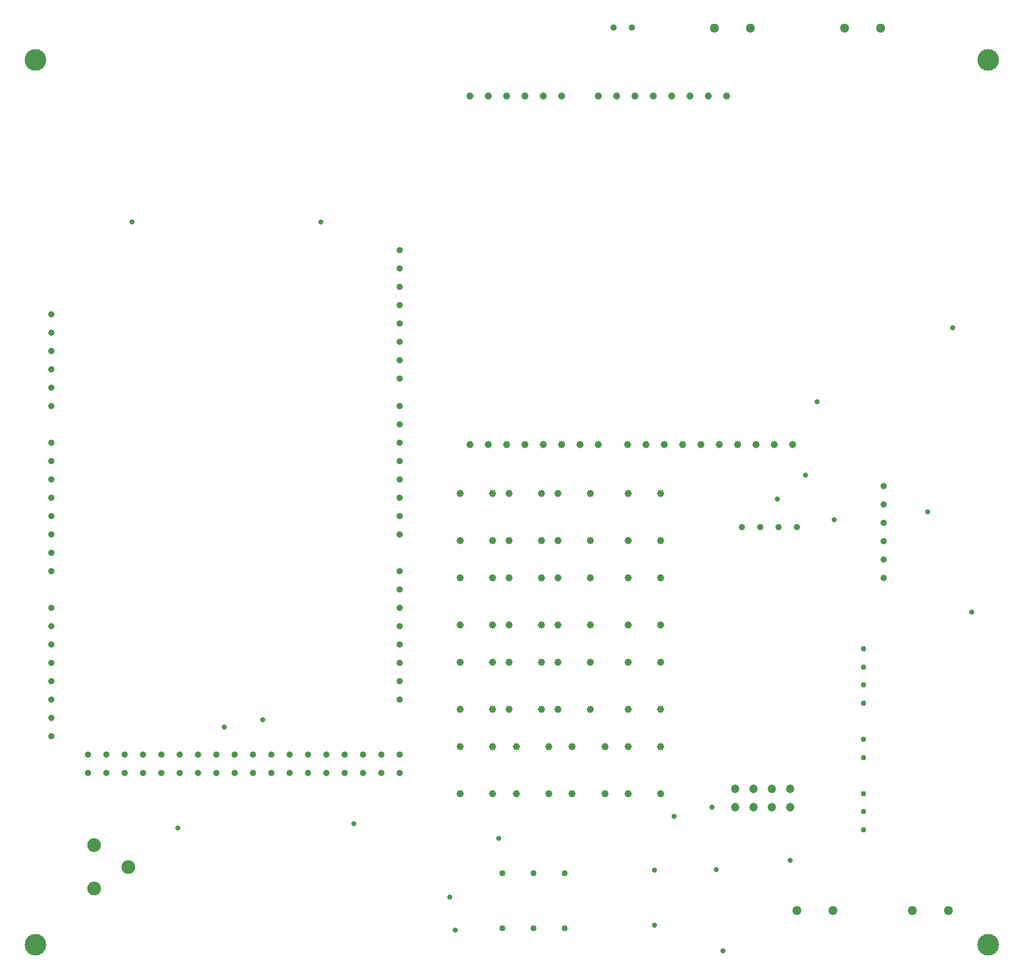
<source format=gbr>
%TF.GenerationSoftware,Altium Limited,Altium Designer,21.8.1 (53)*%
G04 Layer_Color=0*
%FSLAX43Y43*%
%MOMM*%
%TF.SameCoordinates,16DCEB66-4DAC-4E16-A6F7-90F727604106*%
%TF.FilePolarity,Positive*%
%TF.FileFunction,Plated,1,2,PTH,Drill*%
%TF.Part,Single*%
G01*
G75*
%TA.AperFunction,ComponentDrill*%
%ADD50C,1.200*%
%ADD51C,0.900*%
%ADD52C,0.900*%
%ADD53C,1.000*%
%ADD54C,0.700*%
%ADD55C,1.300*%
%ADD56C,1.000*%
%TA.AperFunction,OtherDrill,Pad Free-19 (3mm,125.5mm)*%
%ADD57C,3.000*%
%TA.AperFunction,OtherDrill,Pad Free-20 (135mm,125.5mm)*%
%ADD58C,3.000*%
%TA.AperFunction,OtherDrill,Pad Free-21 (135mm,3mm)*%
%ADD59C,3.000*%
%TA.AperFunction,OtherDrill,Pad Free-18 (3mm,3mm)*%
%ADD60C,3.000*%
%TA.AperFunction,ComponentDrill*%
%ADD61C,1.900*%
%ADD62C,0.762*%
%ADD63C,0.850*%
%TA.AperFunction,ViaDrill,NotFilled*%
%ADD64C,0.711*%
D50*
X99937Y24562D02*
D03*
Y22022D02*
D03*
X102477D02*
D03*
Y24562D02*
D03*
X105017Y22022D02*
D03*
Y24562D02*
D03*
X107557Y22022D02*
D03*
Y24562D02*
D03*
D51*
X40767Y29340D02*
D03*
Y26800D02*
D03*
X38227Y29340D02*
D03*
Y26800D02*
D03*
X50927Y29340D02*
D03*
Y26800D02*
D03*
X48387Y29340D02*
D03*
Y26800D02*
D03*
X45847Y29340D02*
D03*
Y26800D02*
D03*
X43307Y29340D02*
D03*
Y26800D02*
D03*
X30607Y29340D02*
D03*
Y26800D02*
D03*
X28067Y29340D02*
D03*
Y26800D02*
D03*
X10287D02*
D03*
Y29340D02*
D03*
X12827Y26800D02*
D03*
Y29340D02*
D03*
X15367Y26800D02*
D03*
Y29340D02*
D03*
X17907Y26800D02*
D03*
Y29340D02*
D03*
X20447Y26800D02*
D03*
Y29340D02*
D03*
X22987Y26800D02*
D03*
Y29340D02*
D03*
X25527Y26800D02*
D03*
Y29340D02*
D03*
X33147Y26800D02*
D03*
Y29340D02*
D03*
X35687Y26800D02*
D03*
Y29340D02*
D03*
X53467Y26800D02*
D03*
Y29340D02*
D03*
X85650Y129985D02*
D03*
X83110D02*
D03*
X106030Y60849D02*
D03*
X100950D02*
D03*
X103490D02*
D03*
X108570D02*
D03*
D52*
X5207Y87760D02*
D03*
Y82680D02*
D03*
Y80140D02*
D03*
Y85220D02*
D03*
X53467Y39500D02*
D03*
Y36960D02*
D03*
Y42040D02*
D03*
Y44580D02*
D03*
Y47120D02*
D03*
Y49660D02*
D03*
Y52200D02*
D03*
Y54740D02*
D03*
X5207Y77600D02*
D03*
Y90300D02*
D03*
X53467Y77600D02*
D03*
Y75060D02*
D03*
Y72520D02*
D03*
Y69980D02*
D03*
Y67440D02*
D03*
Y64900D02*
D03*
Y62360D02*
D03*
Y59820D02*
D03*
Y99190D02*
D03*
Y96650D02*
D03*
Y94110D02*
D03*
Y91570D02*
D03*
Y89030D02*
D03*
Y86490D02*
D03*
Y83950D02*
D03*
Y81410D02*
D03*
X5207Y49660D02*
D03*
Y47120D02*
D03*
Y44580D02*
D03*
Y42040D02*
D03*
Y39500D02*
D03*
Y36960D02*
D03*
Y34420D02*
D03*
Y31880D02*
D03*
Y72520D02*
D03*
Y69980D02*
D03*
Y67440D02*
D03*
Y64900D02*
D03*
Y62360D02*
D03*
Y59820D02*
D03*
Y57280D02*
D03*
Y54740D02*
D03*
X120523Y66548D02*
D03*
Y64008D02*
D03*
Y58928D02*
D03*
Y61468D02*
D03*
Y56388D02*
D03*
Y53848D02*
D03*
D53*
X74153Y30460D02*
D03*
Y23960D02*
D03*
X69653Y30460D02*
D03*
Y23960D02*
D03*
X66401Y65512D02*
D03*
Y59012D02*
D03*
X61901Y65512D02*
D03*
Y59012D02*
D03*
X73153Y65512D02*
D03*
Y59012D02*
D03*
X68653Y65512D02*
D03*
Y59012D02*
D03*
X79905Y65512D02*
D03*
Y59012D02*
D03*
X75405Y65512D02*
D03*
Y59012D02*
D03*
X89657Y65512D02*
D03*
Y59012D02*
D03*
X85157Y65512D02*
D03*
Y59012D02*
D03*
X66401Y53828D02*
D03*
Y47328D02*
D03*
X61901Y53828D02*
D03*
Y47328D02*
D03*
X73153Y53828D02*
D03*
Y47328D02*
D03*
X68653Y53828D02*
D03*
Y47328D02*
D03*
X79905Y53828D02*
D03*
Y47328D02*
D03*
X75405Y53828D02*
D03*
Y47328D02*
D03*
X89657Y53828D02*
D03*
Y47328D02*
D03*
X85157Y53828D02*
D03*
Y47328D02*
D03*
X66401Y42144D02*
D03*
Y35644D02*
D03*
X61901Y42144D02*
D03*
Y35644D02*
D03*
X73153Y42144D02*
D03*
Y35644D02*
D03*
X68653Y42144D02*
D03*
Y35644D02*
D03*
X79905Y42144D02*
D03*
Y35644D02*
D03*
X75405Y42144D02*
D03*
Y35644D02*
D03*
X89657Y42144D02*
D03*
Y35644D02*
D03*
X85157Y42144D02*
D03*
Y35644D02*
D03*
X66401Y30460D02*
D03*
Y23960D02*
D03*
X61901Y30460D02*
D03*
Y23960D02*
D03*
X81905Y30460D02*
D03*
Y23960D02*
D03*
X77405Y30460D02*
D03*
Y23960D02*
D03*
X89657Y30460D02*
D03*
Y23960D02*
D03*
X85157Y30460D02*
D03*
Y23960D02*
D03*
D54*
X88773Y13335D02*
D03*
Y5715D02*
D03*
D55*
X120122Y129950D02*
D03*
X115122D02*
D03*
X102122D02*
D03*
X97122D02*
D03*
X129500Y7747D02*
D03*
X124500D02*
D03*
X108500D02*
D03*
X113500D02*
D03*
D56*
X98780Y120550D02*
D03*
X96240D02*
D03*
X93700D02*
D03*
X91160D02*
D03*
X88620D02*
D03*
X86080D02*
D03*
X83540D02*
D03*
X81000D02*
D03*
X75920D02*
D03*
X73380D02*
D03*
X70840D02*
D03*
X68300D02*
D03*
X65760D02*
D03*
X63220D02*
D03*
X85064Y72290D02*
D03*
X87604D02*
D03*
X90144D02*
D03*
X92684D02*
D03*
X95224D02*
D03*
X97764D02*
D03*
X100304D02*
D03*
X102844D02*
D03*
X105384D02*
D03*
X107924D02*
D03*
X63220D02*
D03*
X65760D02*
D03*
X68300D02*
D03*
X70840D02*
D03*
X73380D02*
D03*
X75920D02*
D03*
X78460D02*
D03*
X81000D02*
D03*
D57*
X3000Y125500D02*
D03*
D58*
X135000D02*
D03*
D59*
Y3000D02*
D03*
D60*
X3000D02*
D03*
D61*
X11176Y10795D02*
D03*
X15876Y13795D02*
D03*
X11176Y16795D02*
D03*
D62*
X117729Y31463D02*
D03*
Y21463D02*
D03*
Y23963D02*
D03*
Y18963D02*
D03*
Y28963D02*
D03*
Y43963D02*
D03*
Y41463D02*
D03*
Y38963D02*
D03*
Y36463D02*
D03*
D63*
X72009Y12954D02*
D03*
Y5334D02*
D03*
X76327D02*
D03*
Y12954D02*
D03*
X67691Y5334D02*
D03*
Y12954D02*
D03*
D64*
X60480Y9610D02*
D03*
X67183Y17780D02*
D03*
X91515Y20760D02*
D03*
X111345Y78165D02*
D03*
X61240Y5060D02*
D03*
X98298Y2159D02*
D03*
X97370Y13455D02*
D03*
X130130Y88435D02*
D03*
X132768Y49096D02*
D03*
X126615Y62970D02*
D03*
X109680Y68035D02*
D03*
X96774Y22098D02*
D03*
X105791Y64770D02*
D03*
X113665Y61849D02*
D03*
X16383Y103124D02*
D03*
X42545D02*
D03*
X29210Y33147D02*
D03*
X107557Y14720D02*
D03*
X34544Y34163D02*
D03*
X47117Y19812D02*
D03*
X22733Y19177D02*
D03*
%TF.MD5,c56e0135a9cb91cb28076edbfd381ce4*%
M02*

</source>
